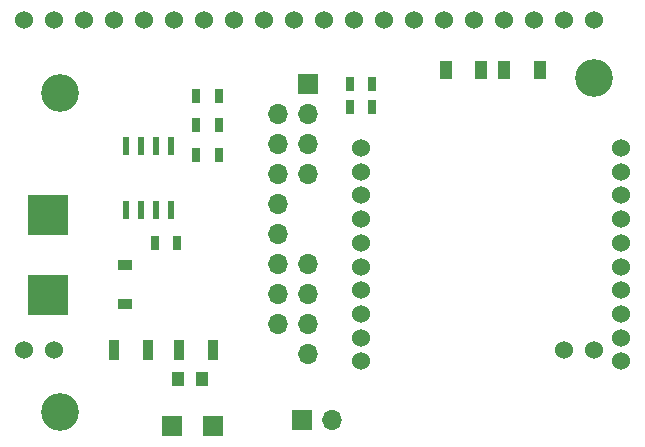
<source format=gbr>
G04 #@! TF.FileFunction,Soldermask,Top*
%FSLAX46Y46*%
G04 Gerber Fmt 4.6, Leading zero omitted, Abs format (unit mm)*
G04 Created by KiCad (PCBNEW 4.0.0-rc1-stable) date 13/06/2017 23:09:15*
%MOMM*%
G01*
G04 APERTURE LIST*
%ADD10C,0.076200*%
%ADD11C,1.524000*%
%ADD12R,1.000000X1.250000*%
%ADD13R,1.000000X1.600000*%
%ADD14R,1.700000X1.700000*%
%ADD15O,1.700000X1.700000*%
%ADD16R,0.700000X1.300000*%
%ADD17R,0.900000X1.700000*%
%ADD18R,3.500000X3.500000*%
%ADD19R,0.600000X1.550000*%
%ADD20C,3.200000*%
%ADD21R,1.200000X0.900000*%
G04 APERTURE END LIST*
D10*
D11*
X137501800Y-94500000D03*
X137501800Y-92493400D03*
X137501800Y-90486800D03*
X137501800Y-88480200D03*
X137501800Y-86473600D03*
X137501800Y-84467000D03*
X137501800Y-82460400D03*
X137501800Y-80453800D03*
X137501800Y-78447200D03*
X137501800Y-76440600D03*
X159498200Y-76440600D03*
X159498200Y-78447200D03*
X159498200Y-80453800D03*
X159498200Y-82460400D03*
X159498200Y-84467000D03*
X159498200Y-86473600D03*
X159498200Y-88480200D03*
X159498200Y-90486800D03*
X159498200Y-92493400D03*
X159498200Y-94500000D03*
D12*
X122000000Y-96000000D03*
X124000000Y-96000000D03*
D13*
X149630000Y-69850000D03*
X152630000Y-69850000D03*
X147677000Y-69850000D03*
X144677000Y-69850000D03*
D14*
X133000000Y-71000000D03*
D15*
X133000000Y-73540000D03*
X130460000Y-73540000D03*
X133000000Y-76080000D03*
X130460000Y-76080000D03*
X133000000Y-78620000D03*
X130460000Y-78620000D03*
X130460000Y-81160000D03*
X130460000Y-83700000D03*
X133000000Y-86240000D03*
X130460000Y-86240000D03*
X133000000Y-88780000D03*
X130460000Y-88780000D03*
X133000000Y-91320000D03*
X130460000Y-91320000D03*
X133000000Y-93860000D03*
D16*
X136550000Y-73000000D03*
X138450000Y-73000000D03*
X121950000Y-84500000D03*
X120050000Y-84500000D03*
X123550000Y-77000000D03*
X125450000Y-77000000D03*
X123550000Y-74500000D03*
X125450000Y-74500000D03*
X123550000Y-72000000D03*
X125450000Y-72000000D03*
X138450000Y-71000000D03*
X136550000Y-71000000D03*
D17*
X116550000Y-93500000D03*
X119450000Y-93500000D03*
X122050000Y-93500000D03*
X124950000Y-93500000D03*
D14*
X132500000Y-99500000D03*
D15*
X135040000Y-99500000D03*
D18*
X111000000Y-88900000D03*
X111000000Y-82100000D03*
D19*
X117595000Y-81700000D03*
X118865000Y-81700000D03*
X120135000Y-81700000D03*
X121405000Y-81700000D03*
X121405000Y-76300000D03*
X120135000Y-76300000D03*
X118865000Y-76300000D03*
X117595000Y-76300000D03*
D20*
X157250000Y-70500000D03*
X112000000Y-71750000D03*
X112000000Y-98750000D03*
D14*
X121500000Y-100000000D03*
X125000000Y-100000000D03*
D21*
X117500000Y-86350000D03*
X117500000Y-89650000D03*
D11*
X109000000Y-93500000D03*
X111540000Y-93500000D03*
X154720000Y-93500000D03*
X157260000Y-93500000D03*
X157260000Y-65560000D03*
X154720000Y-65560000D03*
X152180000Y-65560000D03*
X149640000Y-65560000D03*
X147100000Y-65560000D03*
X144560000Y-65560000D03*
X142020000Y-65560000D03*
X139480000Y-65560000D03*
X136940000Y-65560000D03*
X134400000Y-65560000D03*
X131860000Y-65560000D03*
X129320000Y-65560000D03*
X126780000Y-65560000D03*
X124240000Y-65560000D03*
X121700000Y-65560000D03*
X119160000Y-65560000D03*
X116620000Y-65560000D03*
X114080000Y-65560000D03*
X111540000Y-65560000D03*
X109000000Y-65560000D03*
M02*

</source>
